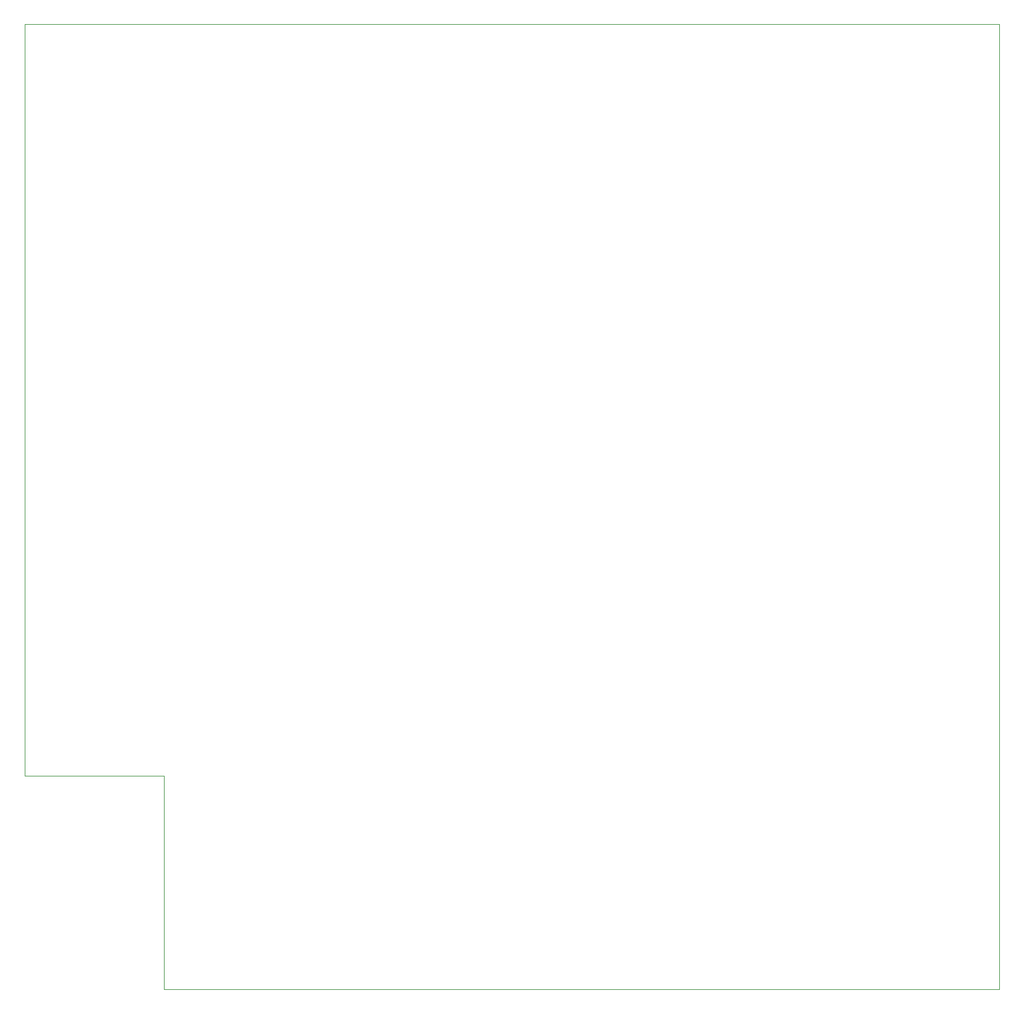
<source format=gm1>
%TF.GenerationSoftware,KiCad,Pcbnew,7.0.10*%
%TF.CreationDate,2024-02-04T21:18:15-08:00*%
%TF.ProjectId,oddball_steno,6f646462-616c-46c5-9f73-74656e6f2e6b,rev?*%
%TF.SameCoordinates,Original*%
%TF.FileFunction,Profile,NP*%
%FSLAX46Y46*%
G04 Gerber Fmt 4.6, Leading zero omitted, Abs format (unit mm)*
G04 Created by KiCad (PCBNEW 7.0.10) date 2024-02-04 21:18:15*
%MOMM*%
%LPD*%
G01*
G04 APERTURE LIST*
%TA.AperFunction,Profile*%
%ADD10C,0.100000*%
%TD*%
G04 APERTURE END LIST*
D10*
X209675500Y-151530625D02*
X95375500Y-151530625D01*
X95375500Y-122305625D01*
X76325500Y-122305625D01*
X76325500Y-19420625D01*
X209675500Y-19420625D01*
X209675500Y-151530625D01*
M02*

</source>
